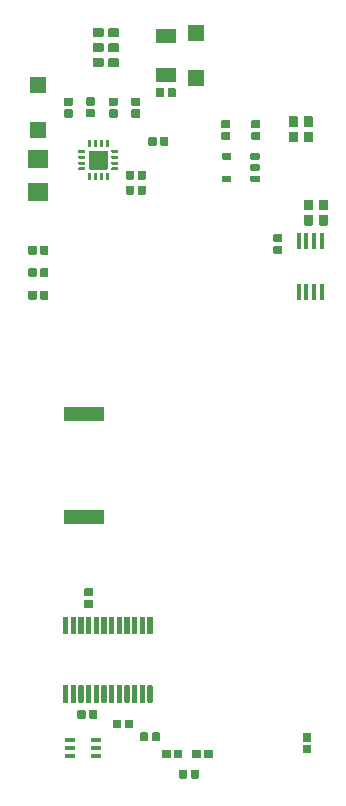
<source format=gbr>
G04 #@! TF.GenerationSoftware,KiCad,Pcbnew,5.1.8+dfsg1-1~bpo10+1*
G04 #@! TF.CreationDate,2021-01-19T23:44:53+01:00*
G04 #@! TF.ProjectId,easyhive,65617379-6869-4766-952e-6b696361645f,rev?*
G04 #@! TF.SameCoordinates,Original*
G04 #@! TF.FileFunction,Paste,Bot*
G04 #@! TF.FilePolarity,Positive*
%FSLAX46Y46*%
G04 Gerber Fmt 4.6, Leading zero omitted, Abs format (unit mm)*
G04 Created by KiCad (PCBNEW 5.1.8+dfsg1-1~bpo10+1) date 2021-01-19 23:44:53*
%MOMM*%
%LPD*%
G01*
G04 APERTURE LIST*
%ADD10R,1.400000X1.400000*%
%ADD11R,0.900000X0.400000*%
%ADD12R,3.400000X1.300000*%
%ADD13R,1.800000X1.200000*%
%ADD14R,0.400000X1.350000*%
%ADD15R,1.800000X1.600000*%
G04 APERTURE END LIST*
G36*
G01*
X160475000Y-132420000D02*
X160475000Y-132980000D01*
G75*
G02*
X160405000Y-133050000I-70000J0D01*
G01*
X159795000Y-133050000D01*
G75*
G02*
X159725000Y-132980000I0J70000D01*
G01*
X159725000Y-132420000D01*
G75*
G02*
X159795000Y-132350000I70000J0D01*
G01*
X160405000Y-132350000D01*
G75*
G02*
X160475000Y-132420000I0J-70000D01*
G01*
G37*
G36*
G01*
X160475000Y-131420000D02*
X160475000Y-131980000D01*
G75*
G02*
X160405000Y-132050000I-70000J0D01*
G01*
X159795000Y-132050000D01*
G75*
G02*
X159725000Y-131980000I0J70000D01*
G01*
X159725000Y-131420000D01*
G75*
G02*
X159795000Y-131350000I70000J0D01*
G01*
X160405000Y-131350000D01*
G75*
G02*
X160475000Y-131420000I0J-70000D01*
G01*
G37*
D10*
X137351100Y-80268600D03*
X137351100Y-76468600D03*
X150686100Y-72023600D03*
X150686100Y-75823600D03*
G36*
G01*
X149880000Y-135175000D02*
X149320000Y-135175000D01*
G75*
G02*
X149250000Y-135105000I0J70000D01*
G01*
X149250000Y-134495000D01*
G75*
G02*
X149320000Y-134425000I70000J0D01*
G01*
X149880000Y-134425000D01*
G75*
G02*
X149950000Y-134495000I0J-70000D01*
G01*
X149950000Y-135105000D01*
G75*
G02*
X149880000Y-135175000I-70000J0D01*
G01*
G37*
G36*
G01*
X150880000Y-135175000D02*
X150320000Y-135175000D01*
G75*
G02*
X150250000Y-135105000I0J70000D01*
G01*
X150250000Y-134495000D01*
G75*
G02*
X150320000Y-134425000I70000J0D01*
G01*
X150880000Y-134425000D01*
G75*
G02*
X150950000Y-134495000I0J-70000D01*
G01*
X150950000Y-135105000D01*
G75*
G02*
X150880000Y-135175000I-70000J0D01*
G01*
G37*
G36*
G01*
X151030000Y-133475000D02*
X150470000Y-133475000D01*
G75*
G02*
X150400000Y-133405000I0J70000D01*
G01*
X150400000Y-132795000D01*
G75*
G02*
X150470000Y-132725000I70000J0D01*
G01*
X151030000Y-132725000D01*
G75*
G02*
X151100000Y-132795000I0J-70000D01*
G01*
X151100000Y-133405000D01*
G75*
G02*
X151030000Y-133475000I-70000J0D01*
G01*
G37*
G36*
G01*
X152030000Y-133475000D02*
X151470000Y-133475000D01*
G75*
G02*
X151400000Y-133405000I0J70000D01*
G01*
X151400000Y-132795000D01*
G75*
G02*
X151470000Y-132725000I70000J0D01*
G01*
X152030000Y-132725000D01*
G75*
G02*
X152100000Y-132795000I0J-70000D01*
G01*
X152100000Y-133405000D01*
G75*
G02*
X152030000Y-133475000I-70000J0D01*
G01*
G37*
G36*
G01*
X146580000Y-132025000D02*
X146020000Y-132025000D01*
G75*
G02*
X145950000Y-131955000I0J70000D01*
G01*
X145950000Y-131345000D01*
G75*
G02*
X146020000Y-131275000I70000J0D01*
G01*
X146580000Y-131275000D01*
G75*
G02*
X146650000Y-131345000I0J-70000D01*
G01*
X146650000Y-131955000D01*
G75*
G02*
X146580000Y-132025000I-70000J0D01*
G01*
G37*
G36*
G01*
X147580000Y-132025000D02*
X147020000Y-132025000D01*
G75*
G02*
X146950000Y-131955000I0J70000D01*
G01*
X146950000Y-131345000D01*
G75*
G02*
X147020000Y-131275000I70000J0D01*
G01*
X147580000Y-131275000D01*
G75*
G02*
X147650000Y-131345000I0J-70000D01*
G01*
X147650000Y-131955000D01*
G75*
G02*
X147580000Y-132025000I-70000J0D01*
G01*
G37*
G36*
G01*
X148480000Y-133475000D02*
X147920000Y-133475000D01*
G75*
G02*
X147850000Y-133405000I0J70000D01*
G01*
X147850000Y-132795000D01*
G75*
G02*
X147920000Y-132725000I70000J0D01*
G01*
X148480000Y-132725000D01*
G75*
G02*
X148550000Y-132795000I0J-70000D01*
G01*
X148550000Y-133405000D01*
G75*
G02*
X148480000Y-133475000I-70000J0D01*
G01*
G37*
G36*
G01*
X149480000Y-133475000D02*
X148920000Y-133475000D01*
G75*
G02*
X148850000Y-133405000I0J70000D01*
G01*
X148850000Y-132795000D01*
G75*
G02*
X148920000Y-132725000I70000J0D01*
G01*
X149480000Y-132725000D01*
G75*
G02*
X149550000Y-132795000I0J-70000D01*
G01*
X149550000Y-133405000D01*
G75*
G02*
X149480000Y-133475000I-70000J0D01*
G01*
G37*
D11*
X140040000Y-131953000D03*
X140040000Y-132603000D03*
X140040000Y-133253000D03*
X142240000Y-131953000D03*
X142240000Y-132603000D03*
X142240000Y-133253000D03*
G36*
G01*
X152964850Y-84123600D02*
X153627350Y-84123600D01*
G75*
G02*
X153696100Y-84192350I0J-68750D01*
G01*
X153696100Y-84604850D01*
G75*
G02*
X153627350Y-84673600I-68750J0D01*
G01*
X152964850Y-84673600D01*
G75*
G02*
X152896100Y-84604850I0J68750D01*
G01*
X152896100Y-84192350D01*
G75*
G02*
X152964850Y-84123600I68750J0D01*
G01*
G37*
G36*
G01*
X155364850Y-83173600D02*
X156027350Y-83173600D01*
G75*
G02*
X156096100Y-83242350I0J-68750D01*
G01*
X156096100Y-83654850D01*
G75*
G02*
X156027350Y-83723600I-68750J0D01*
G01*
X155364850Y-83723600D01*
G75*
G02*
X155296100Y-83654850I0J68750D01*
G01*
X155296100Y-83242350D01*
G75*
G02*
X155364850Y-83173600I68750J0D01*
G01*
G37*
G36*
G01*
X152964850Y-82223600D02*
X153627350Y-82223600D01*
G75*
G02*
X153696100Y-82292350I0J-68750D01*
G01*
X153696100Y-82704850D01*
G75*
G02*
X153627350Y-82773600I-68750J0D01*
G01*
X152964850Y-82773600D01*
G75*
G02*
X152896100Y-82704850I0J68750D01*
G01*
X152896100Y-82292350D01*
G75*
G02*
X152964850Y-82223600I68750J0D01*
G01*
G37*
G36*
G01*
X155364850Y-84123600D02*
X156027350Y-84123600D01*
G75*
G02*
X156096100Y-84192350I0J-68750D01*
G01*
X156096100Y-84604850D01*
G75*
G02*
X156027350Y-84673600I-68750J0D01*
G01*
X155364850Y-84673600D01*
G75*
G02*
X155296100Y-84604850I0J68750D01*
G01*
X155296100Y-84192350D01*
G75*
G02*
X155364850Y-84123600I68750J0D01*
G01*
G37*
G36*
G01*
X155364850Y-82223600D02*
X156027350Y-82223600D01*
G75*
G02*
X156096100Y-82292350I0J-68750D01*
G01*
X156096100Y-82704850D01*
G75*
G02*
X156027350Y-82773600I-68750J0D01*
G01*
X155364850Y-82773600D01*
G75*
G02*
X155296100Y-82704850I0J68750D01*
G01*
X155296100Y-82292350D01*
G75*
G02*
X155364850Y-82223600I68750J0D01*
G01*
G37*
D12*
X141200000Y-113025000D03*
X141200000Y-104325000D03*
G36*
G01*
X158005000Y-90140000D02*
X158005000Y-90700000D01*
G75*
G02*
X157935000Y-90770000I-70000J0D01*
G01*
X157325000Y-90770000D01*
G75*
G02*
X157255000Y-90700000I0J70000D01*
G01*
X157255000Y-90140000D01*
G75*
G02*
X157325000Y-90070000I70000J0D01*
G01*
X157935000Y-90070000D01*
G75*
G02*
X158005000Y-90140000I0J-70000D01*
G01*
G37*
G36*
G01*
X158005000Y-89140000D02*
X158005000Y-89700000D01*
G75*
G02*
X157935000Y-89770000I-70000J0D01*
G01*
X157325000Y-89770000D01*
G75*
G02*
X157255000Y-89700000I0J70000D01*
G01*
X157255000Y-89140000D01*
G75*
G02*
X157325000Y-89070000I70000J0D01*
G01*
X157935000Y-89070000D01*
G75*
G02*
X158005000Y-89140000I0J-70000D01*
G01*
G37*
G36*
G01*
X137571100Y-91963600D02*
X138131100Y-91963600D01*
G75*
G02*
X138201100Y-92033600I0J-70000D01*
G01*
X138201100Y-92643600D01*
G75*
G02*
X138131100Y-92713600I-70000J0D01*
G01*
X137571100Y-92713600D01*
G75*
G02*
X137501100Y-92643600I0J70000D01*
G01*
X137501100Y-92033600D01*
G75*
G02*
X137571100Y-91963600I70000J0D01*
G01*
G37*
G36*
G01*
X136571100Y-91963600D02*
X137131100Y-91963600D01*
G75*
G02*
X137201100Y-92033600I0J-70000D01*
G01*
X137201100Y-92643600D01*
G75*
G02*
X137131100Y-92713600I-70000J0D01*
G01*
X136571100Y-92713600D01*
G75*
G02*
X136501100Y-92643600I0J70000D01*
G01*
X136501100Y-92033600D01*
G75*
G02*
X136571100Y-91963600I70000J0D01*
G01*
G37*
G36*
G01*
X137131100Y-94618600D02*
X136571100Y-94618600D01*
G75*
G02*
X136501100Y-94548600I0J70000D01*
G01*
X136501100Y-93938600D01*
G75*
G02*
X136571100Y-93868600I70000J0D01*
G01*
X137131100Y-93868600D01*
G75*
G02*
X137201100Y-93938600I0J-70000D01*
G01*
X137201100Y-94548600D01*
G75*
G02*
X137131100Y-94618600I-70000J0D01*
G01*
G37*
G36*
G01*
X138131100Y-94618600D02*
X137571100Y-94618600D01*
G75*
G02*
X137501100Y-94548600I0J70000D01*
G01*
X137501100Y-93938600D01*
G75*
G02*
X137571100Y-93868600I70000J0D01*
G01*
X138131100Y-93868600D01*
G75*
G02*
X138201100Y-93938600I0J-70000D01*
G01*
X138201100Y-94548600D01*
G75*
G02*
X138131100Y-94618600I-70000J0D01*
G01*
G37*
G36*
G01*
X147291100Y-81601100D02*
X146731100Y-81601100D01*
G75*
G02*
X146661100Y-81531100I0J70000D01*
G01*
X146661100Y-80921100D01*
G75*
G02*
X146731100Y-80851100I70000J0D01*
G01*
X147291100Y-80851100D01*
G75*
G02*
X147361100Y-80921100I0J-70000D01*
G01*
X147361100Y-81531100D01*
G75*
G02*
X147291100Y-81601100I-70000J0D01*
G01*
G37*
G36*
G01*
X148291100Y-81601100D02*
X147731100Y-81601100D01*
G75*
G02*
X147661100Y-81531100I0J70000D01*
G01*
X147661100Y-80921100D01*
G75*
G02*
X147731100Y-80851100I70000J0D01*
G01*
X148291100Y-80851100D01*
G75*
G02*
X148361100Y-80921100I0J-70000D01*
G01*
X148361100Y-81531100D01*
G75*
G02*
X148291100Y-81601100I-70000J0D01*
G01*
G37*
G36*
G01*
X145981100Y-78588600D02*
X145981100Y-79148600D01*
G75*
G02*
X145911100Y-79218600I-70000J0D01*
G01*
X145301100Y-79218600D01*
G75*
G02*
X145231100Y-79148600I0J70000D01*
G01*
X145231100Y-78588600D01*
G75*
G02*
X145301100Y-78518600I70000J0D01*
G01*
X145911100Y-78518600D01*
G75*
G02*
X145981100Y-78588600I0J-70000D01*
G01*
G37*
G36*
G01*
X145981100Y-77588600D02*
X145981100Y-78148600D01*
G75*
G02*
X145911100Y-78218600I-70000J0D01*
G01*
X145301100Y-78218600D01*
G75*
G02*
X145231100Y-78148600I0J70000D01*
G01*
X145231100Y-77588600D01*
G75*
G02*
X145301100Y-77518600I70000J0D01*
G01*
X145911100Y-77518600D01*
G75*
G02*
X145981100Y-77588600I0J-70000D01*
G01*
G37*
G36*
G01*
X140266100Y-78588600D02*
X140266100Y-79148600D01*
G75*
G02*
X140196100Y-79218600I-70000J0D01*
G01*
X139586100Y-79218600D01*
G75*
G02*
X139516100Y-79148600I0J70000D01*
G01*
X139516100Y-78588600D01*
G75*
G02*
X139586100Y-78518600I70000J0D01*
G01*
X140196100Y-78518600D01*
G75*
G02*
X140266100Y-78588600I0J-70000D01*
G01*
G37*
G36*
G01*
X140266100Y-77588600D02*
X140266100Y-78148600D01*
G75*
G02*
X140196100Y-78218600I-70000J0D01*
G01*
X139586100Y-78218600D01*
G75*
G02*
X139516100Y-78148600I0J70000D01*
G01*
X139516100Y-77588600D01*
G75*
G02*
X139586100Y-77518600I70000J0D01*
G01*
X140196100Y-77518600D01*
G75*
G02*
X140266100Y-77588600I0J-70000D01*
G01*
G37*
G36*
G01*
X144076100Y-78588600D02*
X144076100Y-79148600D01*
G75*
G02*
X144006100Y-79218600I-70000J0D01*
G01*
X143396100Y-79218600D01*
G75*
G02*
X143326100Y-79148600I0J70000D01*
G01*
X143326100Y-78588600D01*
G75*
G02*
X143396100Y-78518600I70000J0D01*
G01*
X144006100Y-78518600D01*
G75*
G02*
X144076100Y-78588600I0J-70000D01*
G01*
G37*
G36*
G01*
X144076100Y-77588600D02*
X144076100Y-78148600D01*
G75*
G02*
X144006100Y-78218600I-70000J0D01*
G01*
X143396100Y-78218600D01*
G75*
G02*
X143326100Y-78148600I0J70000D01*
G01*
X143326100Y-77588600D01*
G75*
G02*
X143396100Y-77518600I70000J0D01*
G01*
X144006100Y-77518600D01*
G75*
G02*
X144076100Y-77588600I0J-70000D01*
G01*
G37*
D13*
X148146100Y-75573600D03*
X148146100Y-72273600D03*
D14*
X159400000Y-94000000D03*
X160050000Y-94000000D03*
X160700000Y-94000000D03*
X161350000Y-94000000D03*
X161350000Y-89700000D03*
X160700000Y-89700000D03*
X160050000Y-89700000D03*
X159400000Y-89700000D03*
G36*
G01*
X139880000Y-121522250D02*
X139880000Y-122909750D01*
G75*
G02*
X139823750Y-122966000I-56250J0D01*
G01*
X139486250Y-122966000D01*
G75*
G02*
X139430000Y-122909750I0J56250D01*
G01*
X139430000Y-121522250D01*
G75*
G02*
X139486250Y-121466000I56250J0D01*
G01*
X139823750Y-121466000D01*
G75*
G02*
X139880000Y-121522250I0J-56250D01*
G01*
G37*
G36*
G01*
X140530000Y-121522250D02*
X140530000Y-122909750D01*
G75*
G02*
X140473750Y-122966000I-56250J0D01*
G01*
X140136250Y-122966000D01*
G75*
G02*
X140080000Y-122909750I0J56250D01*
G01*
X140080000Y-121522250D01*
G75*
G02*
X140136250Y-121466000I56250J0D01*
G01*
X140473750Y-121466000D01*
G75*
G02*
X140530000Y-121522250I0J-56250D01*
G01*
G37*
G36*
G01*
X141180000Y-121522250D02*
X141180000Y-122909750D01*
G75*
G02*
X141123750Y-122966000I-56250J0D01*
G01*
X140786250Y-122966000D01*
G75*
G02*
X140730000Y-122909750I0J56250D01*
G01*
X140730000Y-121522250D01*
G75*
G02*
X140786250Y-121466000I56250J0D01*
G01*
X141123750Y-121466000D01*
G75*
G02*
X141180000Y-121522250I0J-56250D01*
G01*
G37*
G36*
G01*
X141830000Y-121522250D02*
X141830000Y-122909750D01*
G75*
G02*
X141773750Y-122966000I-56250J0D01*
G01*
X141436250Y-122966000D01*
G75*
G02*
X141380000Y-122909750I0J56250D01*
G01*
X141380000Y-121522250D01*
G75*
G02*
X141436250Y-121466000I56250J0D01*
G01*
X141773750Y-121466000D01*
G75*
G02*
X141830000Y-121522250I0J-56250D01*
G01*
G37*
G36*
G01*
X142480000Y-121522250D02*
X142480000Y-122909750D01*
G75*
G02*
X142423750Y-122966000I-56250J0D01*
G01*
X142086250Y-122966000D01*
G75*
G02*
X142030000Y-122909750I0J56250D01*
G01*
X142030000Y-121522250D01*
G75*
G02*
X142086250Y-121466000I56250J0D01*
G01*
X142423750Y-121466000D01*
G75*
G02*
X142480000Y-121522250I0J-56250D01*
G01*
G37*
G36*
G01*
X143130000Y-121522250D02*
X143130000Y-122909750D01*
G75*
G02*
X143073750Y-122966000I-56250J0D01*
G01*
X142736250Y-122966000D01*
G75*
G02*
X142680000Y-122909750I0J56250D01*
G01*
X142680000Y-121522250D01*
G75*
G02*
X142736250Y-121466000I56250J0D01*
G01*
X143073750Y-121466000D01*
G75*
G02*
X143130000Y-121522250I0J-56250D01*
G01*
G37*
G36*
G01*
X143780000Y-121522250D02*
X143780000Y-122909750D01*
G75*
G02*
X143723750Y-122966000I-56250J0D01*
G01*
X143386250Y-122966000D01*
G75*
G02*
X143330000Y-122909750I0J56250D01*
G01*
X143330000Y-121522250D01*
G75*
G02*
X143386250Y-121466000I56250J0D01*
G01*
X143723750Y-121466000D01*
G75*
G02*
X143780000Y-121522250I0J-56250D01*
G01*
G37*
G36*
G01*
X144430000Y-121522250D02*
X144430000Y-122909750D01*
G75*
G02*
X144373750Y-122966000I-56250J0D01*
G01*
X144036250Y-122966000D01*
G75*
G02*
X143980000Y-122909750I0J56250D01*
G01*
X143980000Y-121522250D01*
G75*
G02*
X144036250Y-121466000I56250J0D01*
G01*
X144373750Y-121466000D01*
G75*
G02*
X144430000Y-121522250I0J-56250D01*
G01*
G37*
G36*
G01*
X145080000Y-121522250D02*
X145080000Y-122909750D01*
G75*
G02*
X145023750Y-122966000I-56250J0D01*
G01*
X144686250Y-122966000D01*
G75*
G02*
X144630000Y-122909750I0J56250D01*
G01*
X144630000Y-121522250D01*
G75*
G02*
X144686250Y-121466000I56250J0D01*
G01*
X145023750Y-121466000D01*
G75*
G02*
X145080000Y-121522250I0J-56250D01*
G01*
G37*
G36*
G01*
X145730000Y-121522250D02*
X145730000Y-122909750D01*
G75*
G02*
X145673750Y-122966000I-56250J0D01*
G01*
X145336250Y-122966000D01*
G75*
G02*
X145280000Y-122909750I0J56250D01*
G01*
X145280000Y-121522250D01*
G75*
G02*
X145336250Y-121466000I56250J0D01*
G01*
X145673750Y-121466000D01*
G75*
G02*
X145730000Y-121522250I0J-56250D01*
G01*
G37*
G36*
G01*
X146380000Y-121522250D02*
X146380000Y-122909750D01*
G75*
G02*
X146323750Y-122966000I-56250J0D01*
G01*
X145986250Y-122966000D01*
G75*
G02*
X145930000Y-122909750I0J56250D01*
G01*
X145930000Y-121522250D01*
G75*
G02*
X145986250Y-121466000I56250J0D01*
G01*
X146323750Y-121466000D01*
G75*
G02*
X146380000Y-121522250I0J-56250D01*
G01*
G37*
G36*
G01*
X147030000Y-121522250D02*
X147030000Y-122909750D01*
G75*
G02*
X146973750Y-122966000I-56250J0D01*
G01*
X146636250Y-122966000D01*
G75*
G02*
X146580000Y-122909750I0J56250D01*
G01*
X146580000Y-121522250D01*
G75*
G02*
X146636250Y-121466000I56250J0D01*
G01*
X146973750Y-121466000D01*
G75*
G02*
X147030000Y-121522250I0J-56250D01*
G01*
G37*
G36*
G01*
X139880000Y-127322250D02*
X139880000Y-128709750D01*
G75*
G02*
X139823750Y-128766000I-56250J0D01*
G01*
X139486250Y-128766000D01*
G75*
G02*
X139430000Y-128709750I0J56250D01*
G01*
X139430000Y-127322250D01*
G75*
G02*
X139486250Y-127266000I56250J0D01*
G01*
X139823750Y-127266000D01*
G75*
G02*
X139880000Y-127322250I0J-56250D01*
G01*
G37*
G36*
G01*
X140530000Y-127322250D02*
X140530000Y-128709750D01*
G75*
G02*
X140473750Y-128766000I-56250J0D01*
G01*
X140136250Y-128766000D01*
G75*
G02*
X140080000Y-128709750I0J56250D01*
G01*
X140080000Y-127322250D01*
G75*
G02*
X140136250Y-127266000I56250J0D01*
G01*
X140473750Y-127266000D01*
G75*
G02*
X140530000Y-127322250I0J-56250D01*
G01*
G37*
G36*
G01*
X141180000Y-127322250D02*
X141180000Y-128709750D01*
G75*
G02*
X141123750Y-128766000I-56250J0D01*
G01*
X140786250Y-128766000D01*
G75*
G02*
X140730000Y-128709750I0J56250D01*
G01*
X140730000Y-127322250D01*
G75*
G02*
X140786250Y-127266000I56250J0D01*
G01*
X141123750Y-127266000D01*
G75*
G02*
X141180000Y-127322250I0J-56250D01*
G01*
G37*
G36*
G01*
X141830000Y-127322250D02*
X141830000Y-128709750D01*
G75*
G02*
X141773750Y-128766000I-56250J0D01*
G01*
X141436250Y-128766000D01*
G75*
G02*
X141380000Y-128709750I0J56250D01*
G01*
X141380000Y-127322250D01*
G75*
G02*
X141436250Y-127266000I56250J0D01*
G01*
X141773750Y-127266000D01*
G75*
G02*
X141830000Y-127322250I0J-56250D01*
G01*
G37*
G36*
G01*
X142480000Y-127322250D02*
X142480000Y-128709750D01*
G75*
G02*
X142423750Y-128766000I-56250J0D01*
G01*
X142086250Y-128766000D01*
G75*
G02*
X142030000Y-128709750I0J56250D01*
G01*
X142030000Y-127322250D01*
G75*
G02*
X142086250Y-127266000I56250J0D01*
G01*
X142423750Y-127266000D01*
G75*
G02*
X142480000Y-127322250I0J-56250D01*
G01*
G37*
G36*
G01*
X143130000Y-127322250D02*
X143130000Y-128709750D01*
G75*
G02*
X143073750Y-128766000I-56250J0D01*
G01*
X142736250Y-128766000D01*
G75*
G02*
X142680000Y-128709750I0J56250D01*
G01*
X142680000Y-127322250D01*
G75*
G02*
X142736250Y-127266000I56250J0D01*
G01*
X143073750Y-127266000D01*
G75*
G02*
X143130000Y-127322250I0J-56250D01*
G01*
G37*
G36*
G01*
X143780000Y-127322250D02*
X143780000Y-128709750D01*
G75*
G02*
X143723750Y-128766000I-56250J0D01*
G01*
X143386250Y-128766000D01*
G75*
G02*
X143330000Y-128709750I0J56250D01*
G01*
X143330000Y-127322250D01*
G75*
G02*
X143386250Y-127266000I56250J0D01*
G01*
X143723750Y-127266000D01*
G75*
G02*
X143780000Y-127322250I0J-56250D01*
G01*
G37*
G36*
G01*
X144430000Y-127322250D02*
X144430000Y-128709750D01*
G75*
G02*
X144373750Y-128766000I-56250J0D01*
G01*
X144036250Y-128766000D01*
G75*
G02*
X143980000Y-128709750I0J56250D01*
G01*
X143980000Y-127322250D01*
G75*
G02*
X144036250Y-127266000I56250J0D01*
G01*
X144373750Y-127266000D01*
G75*
G02*
X144430000Y-127322250I0J-56250D01*
G01*
G37*
G36*
G01*
X145080000Y-127322250D02*
X145080000Y-128709750D01*
G75*
G02*
X145023750Y-128766000I-56250J0D01*
G01*
X144686250Y-128766000D01*
G75*
G02*
X144630000Y-128709750I0J56250D01*
G01*
X144630000Y-127322250D01*
G75*
G02*
X144686250Y-127266000I56250J0D01*
G01*
X145023750Y-127266000D01*
G75*
G02*
X145080000Y-127322250I0J-56250D01*
G01*
G37*
G36*
G01*
X145730000Y-127322250D02*
X145730000Y-128709750D01*
G75*
G02*
X145673750Y-128766000I-56250J0D01*
G01*
X145336250Y-128766000D01*
G75*
G02*
X145280000Y-128709750I0J56250D01*
G01*
X145280000Y-127322250D01*
G75*
G02*
X145336250Y-127266000I56250J0D01*
G01*
X145673750Y-127266000D01*
G75*
G02*
X145730000Y-127322250I0J-56250D01*
G01*
G37*
G36*
G01*
X146380000Y-127322250D02*
X146380000Y-128709750D01*
G75*
G02*
X146323750Y-128766000I-56250J0D01*
G01*
X145986250Y-128766000D01*
G75*
G02*
X145930000Y-128709750I0J56250D01*
G01*
X145930000Y-127322250D01*
G75*
G02*
X145986250Y-127266000I56250J0D01*
G01*
X146323750Y-127266000D01*
G75*
G02*
X146380000Y-127322250I0J-56250D01*
G01*
G37*
G36*
G01*
X147030000Y-127322250D02*
X147030000Y-128709750D01*
G75*
G02*
X146973750Y-128766000I-56250J0D01*
G01*
X146636250Y-128766000D01*
G75*
G02*
X146580000Y-128709750I0J56250D01*
G01*
X146580000Y-127322250D01*
G75*
G02*
X146636250Y-127266000I56250J0D01*
G01*
X146973750Y-127266000D01*
G75*
G02*
X147030000Y-127322250I0J-56250D01*
G01*
G37*
G36*
G01*
X144131100Y-82469850D02*
X144131100Y-82657350D01*
G75*
G02*
X144099850Y-82688600I-31250J0D01*
G01*
X143562350Y-82688600D01*
G75*
G02*
X143531100Y-82657350I0J31250D01*
G01*
X143531100Y-82469850D01*
G75*
G02*
X143562350Y-82438600I31250J0D01*
G01*
X144099850Y-82438600D01*
G75*
G02*
X144131100Y-82469850I0J-31250D01*
G01*
G37*
G36*
G01*
X144131100Y-81969850D02*
X144131100Y-82157350D01*
G75*
G02*
X144099850Y-82188600I-31250J0D01*
G01*
X143562350Y-82188600D01*
G75*
G02*
X143531100Y-82157350I0J31250D01*
G01*
X143531100Y-81969850D01*
G75*
G02*
X143562350Y-81938600I31250J0D01*
G01*
X144099850Y-81938600D01*
G75*
G02*
X144131100Y-81969850I0J-31250D01*
G01*
G37*
G36*
G01*
X144131100Y-82969850D02*
X144131100Y-83157350D01*
G75*
G02*
X144099850Y-83188600I-31250J0D01*
G01*
X143562350Y-83188600D01*
G75*
G02*
X143531100Y-83157350I0J31250D01*
G01*
X143531100Y-82969850D01*
G75*
G02*
X143562350Y-82938600I31250J0D01*
G01*
X144099850Y-82938600D01*
G75*
G02*
X144131100Y-82969850I0J-31250D01*
G01*
G37*
G36*
G01*
X144131100Y-83469850D02*
X144131100Y-83657350D01*
G75*
G02*
X144099850Y-83688600I-31250J0D01*
G01*
X143562350Y-83688600D01*
G75*
G02*
X143531100Y-83657350I0J31250D01*
G01*
X143531100Y-83469850D01*
G75*
G02*
X143562350Y-83438600I31250J0D01*
G01*
X144099850Y-83438600D01*
G75*
G02*
X144131100Y-83469850I0J-31250D01*
G01*
G37*
G36*
G01*
X143274850Y-84513600D02*
X143087350Y-84513600D01*
G75*
G02*
X143056100Y-84482350I0J31250D01*
G01*
X143056100Y-83944850D01*
G75*
G02*
X143087350Y-83913600I31250J0D01*
G01*
X143274850Y-83913600D01*
G75*
G02*
X143306100Y-83944850I0J-31250D01*
G01*
X143306100Y-84482350D01*
G75*
G02*
X143274850Y-84513600I-31250J0D01*
G01*
G37*
G36*
G01*
X142774850Y-84513600D02*
X142587350Y-84513600D01*
G75*
G02*
X142556100Y-84482350I0J31250D01*
G01*
X142556100Y-83944850D01*
G75*
G02*
X142587350Y-83913600I31250J0D01*
G01*
X142774850Y-83913600D01*
G75*
G02*
X142806100Y-83944850I0J-31250D01*
G01*
X142806100Y-84482350D01*
G75*
G02*
X142774850Y-84513600I-31250J0D01*
G01*
G37*
G36*
G01*
X142274850Y-84513600D02*
X142087350Y-84513600D01*
G75*
G02*
X142056100Y-84482350I0J31250D01*
G01*
X142056100Y-83944850D01*
G75*
G02*
X142087350Y-83913600I31250J0D01*
G01*
X142274850Y-83913600D01*
G75*
G02*
X142306100Y-83944850I0J-31250D01*
G01*
X142306100Y-84482350D01*
G75*
G02*
X142274850Y-84513600I-31250J0D01*
G01*
G37*
G36*
G01*
X141774850Y-84513600D02*
X141587350Y-84513600D01*
G75*
G02*
X141556100Y-84482350I0J31250D01*
G01*
X141556100Y-83944850D01*
G75*
G02*
X141587350Y-83913600I31250J0D01*
G01*
X141774850Y-83913600D01*
G75*
G02*
X141806100Y-83944850I0J-31250D01*
G01*
X141806100Y-84482350D01*
G75*
G02*
X141774850Y-84513600I-31250J0D01*
G01*
G37*
G36*
G01*
X140731100Y-83657350D02*
X140731100Y-83469850D01*
G75*
G02*
X140762350Y-83438600I31250J0D01*
G01*
X141299850Y-83438600D01*
G75*
G02*
X141331100Y-83469850I0J-31250D01*
G01*
X141331100Y-83657350D01*
G75*
G02*
X141299850Y-83688600I-31250J0D01*
G01*
X140762350Y-83688600D01*
G75*
G02*
X140731100Y-83657350I0J31250D01*
G01*
G37*
G36*
G01*
X140731100Y-83157350D02*
X140731100Y-82969850D01*
G75*
G02*
X140762350Y-82938600I31250J0D01*
G01*
X141299850Y-82938600D01*
G75*
G02*
X141331100Y-82969850I0J-31250D01*
G01*
X141331100Y-83157350D01*
G75*
G02*
X141299850Y-83188600I-31250J0D01*
G01*
X140762350Y-83188600D01*
G75*
G02*
X140731100Y-83157350I0J31250D01*
G01*
G37*
G36*
G01*
X140731100Y-82657350D02*
X140731100Y-82469850D01*
G75*
G02*
X140762350Y-82438600I31250J0D01*
G01*
X141299850Y-82438600D01*
G75*
G02*
X141331100Y-82469850I0J-31250D01*
G01*
X141331100Y-82657350D01*
G75*
G02*
X141299850Y-82688600I-31250J0D01*
G01*
X140762350Y-82688600D01*
G75*
G02*
X140731100Y-82657350I0J31250D01*
G01*
G37*
G36*
G01*
X140731100Y-82157350D02*
X140731100Y-81969850D01*
G75*
G02*
X140762350Y-81938600I31250J0D01*
G01*
X141299850Y-81938600D01*
G75*
G02*
X141331100Y-81969850I0J-31250D01*
G01*
X141331100Y-82157350D01*
G75*
G02*
X141299850Y-82188600I-31250J0D01*
G01*
X140762350Y-82188600D01*
G75*
G02*
X140731100Y-82157350I0J31250D01*
G01*
G37*
G36*
G01*
X141587350Y-81113600D02*
X141774850Y-81113600D01*
G75*
G02*
X141806100Y-81144850I0J-31250D01*
G01*
X141806100Y-81682350D01*
G75*
G02*
X141774850Y-81713600I-31250J0D01*
G01*
X141587350Y-81713600D01*
G75*
G02*
X141556100Y-81682350I0J31250D01*
G01*
X141556100Y-81144850D01*
G75*
G02*
X141587350Y-81113600I31250J0D01*
G01*
G37*
G36*
G01*
X142087350Y-81113600D02*
X142274850Y-81113600D01*
G75*
G02*
X142306100Y-81144850I0J-31250D01*
G01*
X142306100Y-81682350D01*
G75*
G02*
X142274850Y-81713600I-31250J0D01*
G01*
X142087350Y-81713600D01*
G75*
G02*
X142056100Y-81682350I0J31250D01*
G01*
X142056100Y-81144850D01*
G75*
G02*
X142087350Y-81113600I31250J0D01*
G01*
G37*
G36*
G01*
X142587350Y-81113600D02*
X142774850Y-81113600D01*
G75*
G02*
X142806100Y-81144850I0J-31250D01*
G01*
X142806100Y-81682350D01*
G75*
G02*
X142774850Y-81713600I-31250J0D01*
G01*
X142587350Y-81713600D01*
G75*
G02*
X142556100Y-81682350I0J31250D01*
G01*
X142556100Y-81144850D01*
G75*
G02*
X142587350Y-81113600I31250J0D01*
G01*
G37*
G36*
G01*
X143087350Y-81113600D02*
X143274850Y-81113600D01*
G75*
G02*
X143306100Y-81144850I0J-31250D01*
G01*
X143306100Y-81682350D01*
G75*
G02*
X143274850Y-81713600I-31250J0D01*
G01*
X143087350Y-81713600D01*
G75*
G02*
X143056100Y-81682350I0J31250D01*
G01*
X143056100Y-81144850D01*
G75*
G02*
X143087350Y-81113600I31250J0D01*
G01*
G37*
G36*
G01*
X143231100Y-82093600D02*
X143231100Y-83533600D01*
G75*
G02*
X143151100Y-83613600I-80000J0D01*
G01*
X141711100Y-83613600D01*
G75*
G02*
X141631100Y-83533600I0J80000D01*
G01*
X141631100Y-82093600D01*
G75*
G02*
X141711100Y-82013600I80000J0D01*
G01*
X143151100Y-82013600D01*
G75*
G02*
X143231100Y-82093600I0J-80000D01*
G01*
G37*
D15*
X137351100Y-85483600D03*
X137351100Y-82683600D03*
G36*
G01*
X161796100Y-87058600D02*
X161166100Y-87058600D01*
G75*
G02*
X161131100Y-87023600I0J35000D01*
G01*
X161131100Y-86193600D01*
G75*
G02*
X161166100Y-86158600I35000J0D01*
G01*
X161796100Y-86158600D01*
G75*
G02*
X161831100Y-86193600I0J-35000D01*
G01*
X161831100Y-87023600D01*
G75*
G02*
X161796100Y-87058600I-35000J0D01*
G01*
G37*
G36*
G01*
X161796100Y-88358600D02*
X161166100Y-88358600D01*
G75*
G02*
X161131100Y-88323600I0J35000D01*
G01*
X161131100Y-87493600D01*
G75*
G02*
X161166100Y-87458600I35000J0D01*
G01*
X161796100Y-87458600D01*
G75*
G02*
X161831100Y-87493600I0J-35000D01*
G01*
X161831100Y-88323600D01*
G75*
G02*
X161796100Y-88358600I-35000J0D01*
G01*
G37*
G36*
G01*
X160526100Y-87058600D02*
X159896100Y-87058600D01*
G75*
G02*
X159861100Y-87023600I0J35000D01*
G01*
X159861100Y-86193600D01*
G75*
G02*
X159896100Y-86158600I35000J0D01*
G01*
X160526100Y-86158600D01*
G75*
G02*
X160561100Y-86193600I0J-35000D01*
G01*
X160561100Y-87023600D01*
G75*
G02*
X160526100Y-87058600I-35000J0D01*
G01*
G37*
G36*
G01*
X160526100Y-88358600D02*
X159896100Y-88358600D01*
G75*
G02*
X159861100Y-88323600I0J35000D01*
G01*
X159861100Y-87493600D01*
G75*
G02*
X159896100Y-87458600I35000J0D01*
G01*
X160526100Y-87458600D01*
G75*
G02*
X160561100Y-87493600I0J-35000D01*
G01*
X160561100Y-88323600D01*
G75*
G02*
X160526100Y-88358600I-35000J0D01*
G01*
G37*
G36*
G01*
X159896100Y-80408600D02*
X160526100Y-80408600D01*
G75*
G02*
X160561100Y-80443600I0J-35000D01*
G01*
X160561100Y-81273600D01*
G75*
G02*
X160526100Y-81308600I-35000J0D01*
G01*
X159896100Y-81308600D01*
G75*
G02*
X159861100Y-81273600I0J35000D01*
G01*
X159861100Y-80443600D01*
G75*
G02*
X159896100Y-80408600I35000J0D01*
G01*
G37*
G36*
G01*
X159896100Y-79108600D02*
X160526100Y-79108600D01*
G75*
G02*
X160561100Y-79143600I0J-35000D01*
G01*
X160561100Y-79973600D01*
G75*
G02*
X160526100Y-80008600I-35000J0D01*
G01*
X159896100Y-80008600D01*
G75*
G02*
X159861100Y-79973600I0J35000D01*
G01*
X159861100Y-79143600D01*
G75*
G02*
X159896100Y-79108600I35000J0D01*
G01*
G37*
G36*
G01*
X158626100Y-80408600D02*
X159256100Y-80408600D01*
G75*
G02*
X159291100Y-80443600I0J-35000D01*
G01*
X159291100Y-81273600D01*
G75*
G02*
X159256100Y-81308600I-35000J0D01*
G01*
X158626100Y-81308600D01*
G75*
G02*
X158591100Y-81273600I0J35000D01*
G01*
X158591100Y-80443600D01*
G75*
G02*
X158626100Y-80408600I35000J0D01*
G01*
G37*
G36*
G01*
X158626100Y-79108600D02*
X159256100Y-79108600D01*
G75*
G02*
X159291100Y-79143600I0J-35000D01*
G01*
X159291100Y-79973600D01*
G75*
G02*
X159256100Y-80008600I-35000J0D01*
G01*
X158626100Y-80008600D01*
G75*
G02*
X158591100Y-79973600I0J35000D01*
G01*
X158591100Y-79143600D01*
G75*
G02*
X158626100Y-79108600I35000J0D01*
G01*
G37*
G36*
G01*
X143266100Y-72333600D02*
X143266100Y-71703600D01*
G75*
G02*
X143301100Y-71668600I35000J0D01*
G01*
X144131100Y-71668600D01*
G75*
G02*
X144166100Y-71703600I0J-35000D01*
G01*
X144166100Y-72333600D01*
G75*
G02*
X144131100Y-72368600I-35000J0D01*
G01*
X143301100Y-72368600D01*
G75*
G02*
X143266100Y-72333600I0J35000D01*
G01*
G37*
G36*
G01*
X141966100Y-72333600D02*
X141966100Y-71703600D01*
G75*
G02*
X142001100Y-71668600I35000J0D01*
G01*
X142831100Y-71668600D01*
G75*
G02*
X142866100Y-71703600I0J-35000D01*
G01*
X142866100Y-72333600D01*
G75*
G02*
X142831100Y-72368600I-35000J0D01*
G01*
X142001100Y-72368600D01*
G75*
G02*
X141966100Y-72333600I0J35000D01*
G01*
G37*
G36*
G01*
X143266100Y-73603600D02*
X143266100Y-72973600D01*
G75*
G02*
X143301100Y-72938600I35000J0D01*
G01*
X144131100Y-72938600D01*
G75*
G02*
X144166100Y-72973600I0J-35000D01*
G01*
X144166100Y-73603600D01*
G75*
G02*
X144131100Y-73638600I-35000J0D01*
G01*
X143301100Y-73638600D01*
G75*
G02*
X143266100Y-73603600I0J35000D01*
G01*
G37*
G36*
G01*
X141966100Y-73603600D02*
X141966100Y-72973600D01*
G75*
G02*
X142001100Y-72938600I35000J0D01*
G01*
X142831100Y-72938600D01*
G75*
G02*
X142866100Y-72973600I0J-35000D01*
G01*
X142866100Y-73603600D01*
G75*
G02*
X142831100Y-73638600I-35000J0D01*
G01*
X142001100Y-73638600D01*
G75*
G02*
X141966100Y-73603600I0J35000D01*
G01*
G37*
G36*
G01*
X143266100Y-74873600D02*
X143266100Y-74243600D01*
G75*
G02*
X143301100Y-74208600I35000J0D01*
G01*
X144131100Y-74208600D01*
G75*
G02*
X144166100Y-74243600I0J-35000D01*
G01*
X144166100Y-74873600D01*
G75*
G02*
X144131100Y-74908600I-35000J0D01*
G01*
X143301100Y-74908600D01*
G75*
G02*
X143266100Y-74873600I0J35000D01*
G01*
G37*
G36*
G01*
X141966100Y-74873600D02*
X141966100Y-74243600D01*
G75*
G02*
X142001100Y-74208600I35000J0D01*
G01*
X142831100Y-74208600D01*
G75*
G02*
X142866100Y-74243600I0J-35000D01*
G01*
X142866100Y-74873600D01*
G75*
G02*
X142831100Y-74908600I-35000J0D01*
G01*
X142001100Y-74908600D01*
G75*
G02*
X141966100Y-74873600I0J35000D01*
G01*
G37*
G36*
G01*
X144298000Y-130931000D02*
X143738000Y-130931000D01*
G75*
G02*
X143668000Y-130861000I0J70000D01*
G01*
X143668000Y-130251000D01*
G75*
G02*
X143738000Y-130181000I70000J0D01*
G01*
X144298000Y-130181000D01*
G75*
G02*
X144368000Y-130251000I0J-70000D01*
G01*
X144368000Y-130861000D01*
G75*
G02*
X144298000Y-130931000I-70000J0D01*
G01*
G37*
G36*
G01*
X145298000Y-130931000D02*
X144738000Y-130931000D01*
G75*
G02*
X144668000Y-130861000I0J70000D01*
G01*
X144668000Y-130251000D01*
G75*
G02*
X144738000Y-130181000I70000J0D01*
G01*
X145298000Y-130181000D01*
G75*
G02*
X145368000Y-130251000I0J-70000D01*
G01*
X145368000Y-130861000D01*
G75*
G02*
X145298000Y-130931000I-70000J0D01*
G01*
G37*
G36*
G01*
X137131100Y-90808600D02*
X136571100Y-90808600D01*
G75*
G02*
X136501100Y-90738600I0J70000D01*
G01*
X136501100Y-90128600D01*
G75*
G02*
X136571100Y-90058600I70000J0D01*
G01*
X137131100Y-90058600D01*
G75*
G02*
X137201100Y-90128600I0J-70000D01*
G01*
X137201100Y-90738600D01*
G75*
G02*
X137131100Y-90808600I-70000J0D01*
G01*
G37*
G36*
G01*
X138131100Y-90808600D02*
X137571100Y-90808600D01*
G75*
G02*
X137501100Y-90738600I0J70000D01*
G01*
X137501100Y-90128600D01*
G75*
G02*
X137571100Y-90058600I70000J0D01*
G01*
X138131100Y-90058600D01*
G75*
G02*
X138201100Y-90128600I0J-70000D01*
G01*
X138201100Y-90738600D01*
G75*
G02*
X138131100Y-90808600I-70000J0D01*
G01*
G37*
G36*
G01*
X148366100Y-76723600D02*
X148926100Y-76723600D01*
G75*
G02*
X148996100Y-76793600I0J-70000D01*
G01*
X148996100Y-77403600D01*
G75*
G02*
X148926100Y-77473600I-70000J0D01*
G01*
X148366100Y-77473600D01*
G75*
G02*
X148296100Y-77403600I0J70000D01*
G01*
X148296100Y-76793600D01*
G75*
G02*
X148366100Y-76723600I70000J0D01*
G01*
G37*
G36*
G01*
X147366100Y-76723600D02*
X147926100Y-76723600D01*
G75*
G02*
X147996100Y-76793600I0J-70000D01*
G01*
X147996100Y-77403600D01*
G75*
G02*
X147926100Y-77473600I-70000J0D01*
G01*
X147366100Y-77473600D01*
G75*
G02*
X147296100Y-77403600I0J70000D01*
G01*
X147296100Y-76793600D01*
G75*
G02*
X147366100Y-76723600I70000J0D01*
G01*
G37*
G36*
G01*
X152851100Y-80053600D02*
X152851100Y-79493600D01*
G75*
G02*
X152921100Y-79423600I70000J0D01*
G01*
X153531100Y-79423600D01*
G75*
G02*
X153601100Y-79493600I0J-70000D01*
G01*
X153601100Y-80053600D01*
G75*
G02*
X153531100Y-80123600I-70000J0D01*
G01*
X152921100Y-80123600D01*
G75*
G02*
X152851100Y-80053600I0J70000D01*
G01*
G37*
G36*
G01*
X152851100Y-81053600D02*
X152851100Y-80493600D01*
G75*
G02*
X152921100Y-80423600I70000J0D01*
G01*
X153531100Y-80423600D01*
G75*
G02*
X153601100Y-80493600I0J-70000D01*
G01*
X153601100Y-81053600D01*
G75*
G02*
X153531100Y-81123600I-70000J0D01*
G01*
X152921100Y-81123600D01*
G75*
G02*
X152851100Y-81053600I0J70000D01*
G01*
G37*
G36*
G01*
X155391100Y-80053600D02*
X155391100Y-79493600D01*
G75*
G02*
X155461100Y-79423600I70000J0D01*
G01*
X156071100Y-79423600D01*
G75*
G02*
X156141100Y-79493600I0J-70000D01*
G01*
X156141100Y-80053600D01*
G75*
G02*
X156071100Y-80123600I-70000J0D01*
G01*
X155461100Y-80123600D01*
G75*
G02*
X155391100Y-80053600I0J70000D01*
G01*
G37*
G36*
G01*
X155391100Y-81053600D02*
X155391100Y-80493600D01*
G75*
G02*
X155461100Y-80423600I70000J0D01*
G01*
X156071100Y-80423600D01*
G75*
G02*
X156141100Y-80493600I0J-70000D01*
G01*
X156141100Y-81053600D01*
G75*
G02*
X156071100Y-81123600I-70000J0D01*
G01*
X155461100Y-81123600D01*
G75*
G02*
X155391100Y-81053600I0J70000D01*
G01*
G37*
G36*
G01*
X141230000Y-119676000D02*
X141230000Y-119116000D01*
G75*
G02*
X141300000Y-119046000I70000J0D01*
G01*
X141910000Y-119046000D01*
G75*
G02*
X141980000Y-119116000I0J-70000D01*
G01*
X141980000Y-119676000D01*
G75*
G02*
X141910000Y-119746000I-70000J0D01*
G01*
X141300000Y-119746000D01*
G75*
G02*
X141230000Y-119676000I0J70000D01*
G01*
G37*
G36*
G01*
X141230000Y-120676000D02*
X141230000Y-120116000D01*
G75*
G02*
X141300000Y-120046000I70000J0D01*
G01*
X141910000Y-120046000D01*
G75*
G02*
X141980000Y-120116000I0J-70000D01*
G01*
X141980000Y-120676000D01*
G75*
G02*
X141910000Y-120746000I-70000J0D01*
G01*
X141300000Y-120746000D01*
G75*
G02*
X141230000Y-120676000I0J70000D01*
G01*
G37*
G36*
G01*
X141275400Y-130118200D02*
X140715400Y-130118200D01*
G75*
G02*
X140645400Y-130048200I0J70000D01*
G01*
X140645400Y-129438200D01*
G75*
G02*
X140715400Y-129368200I70000J0D01*
G01*
X141275400Y-129368200D01*
G75*
G02*
X141345400Y-129438200I0J-70000D01*
G01*
X141345400Y-130048200D01*
G75*
G02*
X141275400Y-130118200I-70000J0D01*
G01*
G37*
G36*
G01*
X142275400Y-130118200D02*
X141715400Y-130118200D01*
G75*
G02*
X141645400Y-130048200I0J70000D01*
G01*
X141645400Y-129438200D01*
G75*
G02*
X141715400Y-129368200I70000J0D01*
G01*
X142275400Y-129368200D01*
G75*
G02*
X142345400Y-129438200I0J-70000D01*
G01*
X142345400Y-130048200D01*
G75*
G02*
X142275400Y-130118200I-70000J0D01*
G01*
G37*
G36*
G01*
X145826100Y-84978600D02*
X146386100Y-84978600D01*
G75*
G02*
X146456100Y-85048600I0J-70000D01*
G01*
X146456100Y-85658600D01*
G75*
G02*
X146386100Y-85728600I-70000J0D01*
G01*
X145826100Y-85728600D01*
G75*
G02*
X145756100Y-85658600I0J70000D01*
G01*
X145756100Y-85048600D01*
G75*
G02*
X145826100Y-84978600I70000J0D01*
G01*
G37*
G36*
G01*
X144826100Y-84978600D02*
X145386100Y-84978600D01*
G75*
G02*
X145456100Y-85048600I0J-70000D01*
G01*
X145456100Y-85658600D01*
G75*
G02*
X145386100Y-85728600I-70000J0D01*
G01*
X144826100Y-85728600D01*
G75*
G02*
X144756100Y-85658600I0J70000D01*
G01*
X144756100Y-85048600D01*
G75*
G02*
X144826100Y-84978600I70000J0D01*
G01*
G37*
G36*
G01*
X145826100Y-83708600D02*
X146386100Y-83708600D01*
G75*
G02*
X146456100Y-83778600I0J-70000D01*
G01*
X146456100Y-84388600D01*
G75*
G02*
X146386100Y-84458600I-70000J0D01*
G01*
X145826100Y-84458600D01*
G75*
G02*
X145756100Y-84388600I0J70000D01*
G01*
X145756100Y-83778600D01*
G75*
G02*
X145826100Y-83708600I70000J0D01*
G01*
G37*
G36*
G01*
X144826100Y-83708600D02*
X145386100Y-83708600D01*
G75*
G02*
X145456100Y-83778600I0J-70000D01*
G01*
X145456100Y-84388600D01*
G75*
G02*
X145386100Y-84458600I-70000J0D01*
G01*
X144826100Y-84458600D01*
G75*
G02*
X144756100Y-84388600I0J70000D01*
G01*
X144756100Y-83778600D01*
G75*
G02*
X144826100Y-83708600I70000J0D01*
G01*
G37*
G36*
G01*
X141375000Y-78130000D02*
X141375000Y-77570000D01*
G75*
G02*
X141445000Y-77500000I70000J0D01*
G01*
X142055000Y-77500000D01*
G75*
G02*
X142125000Y-77570000I0J-70000D01*
G01*
X142125000Y-78130000D01*
G75*
G02*
X142055000Y-78200000I-70000J0D01*
G01*
X141445000Y-78200000D01*
G75*
G02*
X141375000Y-78130000I0J70000D01*
G01*
G37*
G36*
G01*
X141375000Y-79130000D02*
X141375000Y-78570000D01*
G75*
G02*
X141445000Y-78500000I70000J0D01*
G01*
X142055000Y-78500000D01*
G75*
G02*
X142125000Y-78570000I0J-70000D01*
G01*
X142125000Y-79130000D01*
G75*
G02*
X142055000Y-79200000I-70000J0D01*
G01*
X141445000Y-79200000D01*
G75*
G02*
X141375000Y-79130000I0J70000D01*
G01*
G37*
M02*

</source>
